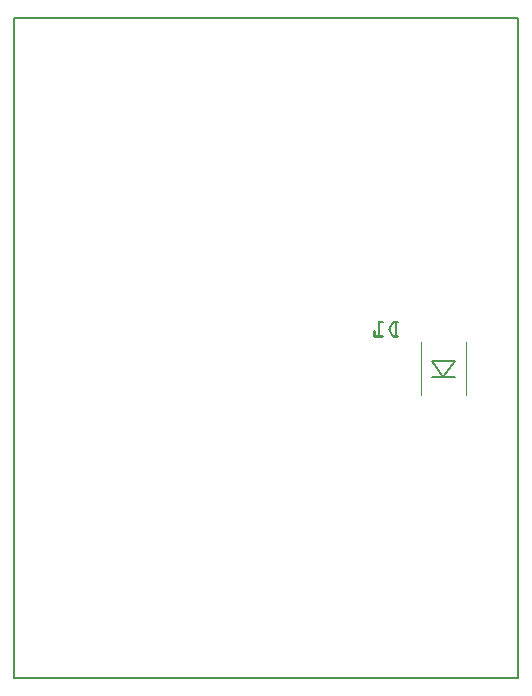
<source format=gbo>
G04 MADE WITH FRITZING*
G04 WWW.FRITZING.ORG*
G04 DOUBLE SIDED*
G04 HOLES PLATED*
G04 CONTOUR ON CENTER OF CONTOUR VECTOR*
%ASAXBY*%
%FSLAX23Y23*%
%MOIN*%
%OFA0B0*%
%SFA1.0B1.0*%
%ADD10R,1.688300X2.209970X1.672300X2.193970*%
%ADD11C,0.008000*%
%ADD12C,0.004000*%
%ADD13R,0.001000X0.001000*%
%LNSILK0*%
G90*
G70*
G54D11*
X4Y2206D02*
X1684Y2206D01*
X1684Y4D01*
X4Y4D01*
X4Y2206D01*
D02*
G54D12*
X1511Y947D02*
X1511Y1125D01*
D02*
X1361Y947D02*
X1361Y1125D01*
G54D11*
D02*
X1475Y1061D02*
X1436Y1007D01*
D02*
X1436Y1007D02*
X1397Y1061D01*
D02*
X1397Y1061D02*
X1475Y1061D01*
D02*
X1475Y1007D02*
X1397Y1007D01*
G54D13*
X1217Y1193D02*
X1235Y1193D01*
X1268Y1193D02*
X1285Y1193D01*
X1217Y1192D02*
X1236Y1192D01*
X1266Y1192D02*
X1286Y1192D01*
X1217Y1191D02*
X1237Y1191D01*
X1265Y1191D02*
X1287Y1191D01*
X1217Y1190D02*
X1237Y1190D01*
X1264Y1190D02*
X1287Y1190D01*
X1217Y1189D02*
X1237Y1189D01*
X1263Y1189D02*
X1287Y1189D01*
X1217Y1188D02*
X1236Y1188D01*
X1262Y1188D02*
X1286Y1188D01*
X1217Y1187D02*
X1235Y1187D01*
X1262Y1187D02*
X1285Y1187D01*
X1217Y1186D02*
X1223Y1186D01*
X1261Y1186D02*
X1269Y1186D01*
X1274Y1186D02*
X1280Y1186D01*
X1217Y1185D02*
X1223Y1185D01*
X1261Y1185D02*
X1268Y1185D01*
X1274Y1185D02*
X1280Y1185D01*
X1217Y1184D02*
X1223Y1184D01*
X1260Y1184D02*
X1267Y1184D01*
X1274Y1184D02*
X1280Y1184D01*
X1217Y1183D02*
X1223Y1183D01*
X1260Y1183D02*
X1267Y1183D01*
X1274Y1183D02*
X1280Y1183D01*
X1217Y1182D02*
X1223Y1182D01*
X1259Y1182D02*
X1266Y1182D01*
X1274Y1182D02*
X1280Y1182D01*
X1217Y1181D02*
X1223Y1181D01*
X1259Y1181D02*
X1266Y1181D01*
X1274Y1181D02*
X1280Y1181D01*
X1217Y1180D02*
X1223Y1180D01*
X1258Y1180D02*
X1265Y1180D01*
X1274Y1180D02*
X1280Y1180D01*
X1217Y1179D02*
X1223Y1179D01*
X1258Y1179D02*
X1265Y1179D01*
X1274Y1179D02*
X1280Y1179D01*
X1217Y1178D02*
X1223Y1178D01*
X1257Y1178D02*
X1264Y1178D01*
X1274Y1178D02*
X1280Y1178D01*
X1217Y1177D02*
X1223Y1177D01*
X1257Y1177D02*
X1264Y1177D01*
X1274Y1177D02*
X1280Y1177D01*
X1217Y1176D02*
X1223Y1176D01*
X1256Y1176D02*
X1263Y1176D01*
X1274Y1176D02*
X1280Y1176D01*
X1217Y1175D02*
X1223Y1175D01*
X1256Y1175D02*
X1263Y1175D01*
X1274Y1175D02*
X1280Y1175D01*
X1217Y1174D02*
X1223Y1174D01*
X1255Y1174D02*
X1262Y1174D01*
X1274Y1174D02*
X1280Y1174D01*
X1217Y1173D02*
X1223Y1173D01*
X1255Y1173D02*
X1262Y1173D01*
X1274Y1173D02*
X1280Y1173D01*
X1217Y1172D02*
X1223Y1172D01*
X1255Y1172D02*
X1261Y1172D01*
X1274Y1172D02*
X1280Y1172D01*
X1217Y1171D02*
X1223Y1171D01*
X1254Y1171D02*
X1261Y1171D01*
X1274Y1171D02*
X1280Y1171D01*
X1217Y1170D02*
X1223Y1170D01*
X1254Y1170D02*
X1260Y1170D01*
X1274Y1170D02*
X1280Y1170D01*
X1217Y1169D02*
X1223Y1169D01*
X1254Y1169D02*
X1260Y1169D01*
X1274Y1169D02*
X1280Y1169D01*
X1217Y1168D02*
X1223Y1168D01*
X1254Y1168D02*
X1260Y1168D01*
X1274Y1168D02*
X1280Y1168D01*
X1217Y1167D02*
X1223Y1167D01*
X1253Y1167D02*
X1259Y1167D01*
X1274Y1167D02*
X1280Y1167D01*
X1217Y1166D02*
X1223Y1166D01*
X1253Y1166D02*
X1259Y1166D01*
X1274Y1166D02*
X1280Y1166D01*
X1217Y1165D02*
X1223Y1165D01*
X1254Y1165D02*
X1260Y1165D01*
X1274Y1165D02*
X1280Y1165D01*
X1206Y1164D02*
X1207Y1164D01*
X1217Y1164D02*
X1223Y1164D01*
X1254Y1164D02*
X1260Y1164D01*
X1274Y1164D02*
X1280Y1164D01*
X1204Y1163D02*
X1208Y1163D01*
X1217Y1163D02*
X1223Y1163D01*
X1254Y1163D02*
X1260Y1163D01*
X1274Y1163D02*
X1280Y1163D01*
X1204Y1162D02*
X1209Y1162D01*
X1217Y1162D02*
X1223Y1162D01*
X1254Y1162D02*
X1261Y1162D01*
X1274Y1162D02*
X1280Y1162D01*
X1203Y1161D02*
X1209Y1161D01*
X1217Y1161D02*
X1223Y1161D01*
X1255Y1161D02*
X1261Y1161D01*
X1274Y1161D02*
X1280Y1161D01*
X1203Y1160D02*
X1209Y1160D01*
X1217Y1160D02*
X1223Y1160D01*
X1255Y1160D02*
X1262Y1160D01*
X1274Y1160D02*
X1280Y1160D01*
X1203Y1159D02*
X1209Y1159D01*
X1217Y1159D02*
X1223Y1159D01*
X1255Y1159D02*
X1262Y1159D01*
X1274Y1159D02*
X1280Y1159D01*
X1203Y1158D02*
X1209Y1158D01*
X1217Y1158D02*
X1223Y1158D01*
X1256Y1158D02*
X1263Y1158D01*
X1274Y1158D02*
X1280Y1158D01*
X1203Y1157D02*
X1209Y1157D01*
X1217Y1157D02*
X1223Y1157D01*
X1256Y1157D02*
X1263Y1157D01*
X1274Y1157D02*
X1280Y1157D01*
X1203Y1156D02*
X1209Y1156D01*
X1217Y1156D02*
X1223Y1156D01*
X1257Y1156D02*
X1264Y1156D01*
X1274Y1156D02*
X1280Y1156D01*
X1203Y1155D02*
X1209Y1155D01*
X1217Y1155D02*
X1223Y1155D01*
X1257Y1155D02*
X1264Y1155D01*
X1274Y1155D02*
X1280Y1155D01*
X1203Y1154D02*
X1209Y1154D01*
X1217Y1154D02*
X1223Y1154D01*
X1258Y1154D02*
X1265Y1154D01*
X1274Y1154D02*
X1280Y1154D01*
X1203Y1153D02*
X1209Y1153D01*
X1217Y1153D02*
X1223Y1153D01*
X1258Y1153D02*
X1265Y1153D01*
X1274Y1153D02*
X1280Y1153D01*
X1203Y1152D02*
X1209Y1152D01*
X1217Y1152D02*
X1223Y1152D01*
X1259Y1152D02*
X1266Y1152D01*
X1274Y1152D02*
X1280Y1152D01*
X1203Y1151D02*
X1209Y1151D01*
X1217Y1151D02*
X1223Y1151D01*
X1259Y1151D02*
X1266Y1151D01*
X1274Y1151D02*
X1280Y1151D01*
X1203Y1150D02*
X1209Y1150D01*
X1217Y1150D02*
X1223Y1150D01*
X1260Y1150D02*
X1267Y1150D01*
X1274Y1150D02*
X1280Y1150D01*
X1203Y1149D02*
X1209Y1149D01*
X1217Y1149D02*
X1223Y1149D01*
X1260Y1149D02*
X1267Y1149D01*
X1274Y1149D02*
X1280Y1149D01*
X1203Y1148D02*
X1209Y1148D01*
X1217Y1148D02*
X1223Y1148D01*
X1261Y1148D02*
X1268Y1148D01*
X1274Y1148D02*
X1280Y1148D01*
X1203Y1147D02*
X1209Y1147D01*
X1217Y1147D02*
X1223Y1147D01*
X1261Y1147D02*
X1269Y1147D01*
X1274Y1147D02*
X1280Y1147D01*
X1203Y1146D02*
X1235Y1146D01*
X1262Y1146D02*
X1285Y1146D01*
X1203Y1145D02*
X1236Y1145D01*
X1262Y1145D02*
X1286Y1145D01*
X1203Y1144D02*
X1237Y1144D01*
X1263Y1144D02*
X1287Y1144D01*
X1203Y1143D02*
X1237Y1143D01*
X1264Y1143D02*
X1287Y1143D01*
X1204Y1142D02*
X1237Y1142D01*
X1265Y1142D02*
X1287Y1142D01*
X1204Y1141D02*
X1236Y1141D01*
X1266Y1141D02*
X1286Y1141D01*
X1205Y1140D02*
X1235Y1140D01*
X1268Y1140D02*
X1285Y1140D01*
D02*
G04 End of Silk0*
M02*
</source>
